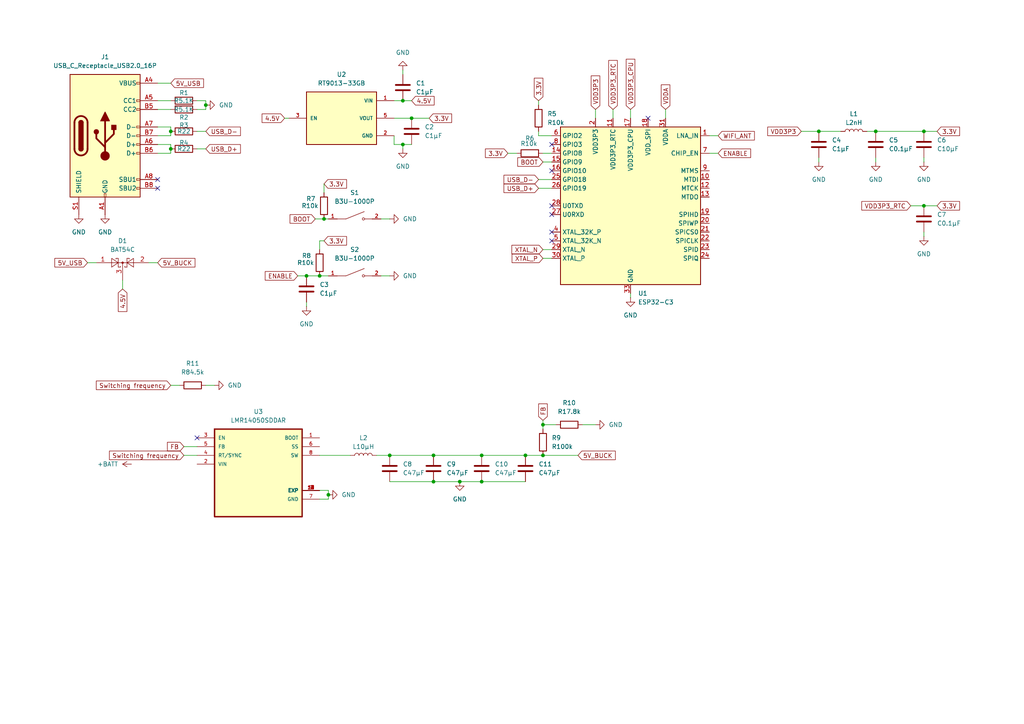
<source format=kicad_sch>
(kicad_sch (version 20231120) (generator "eeschema") (generator_version "8.0")
  (paper "A4")
  (lib_symbols
    (symbol "B3U-1000P:B3U-1000P" (pin_names (offset 1.016))
      (property "Reference" "S" (at -2.54 2.54 0))
      (property "Value" "B3U-1000P" (at -2.54 -2.54 0))
      (symbol "B3U-1000P_0_0"
        (polyline (pts (xy -2.54 0) (xy -5.08 0)) (stroke (width 0.1524)))
        (polyline (pts (xy -2.54 0) (xy 2.794 2.1336)) (stroke (width 0.1524)))
        (polyline (pts (xy 5.08 0) (xy 2.921 0)) (stroke (width 0.1524)))
        (circle (center 2.54 0) (radius 0.3302) (stroke (width 0.1524)))
        (pin passive line (at -7.62 0 0) (length 2.54) (name "~") (number "1"))
        (pin passive line (at 7.62 0 180) (length 2.54) (name "~") (number "2"))
      )
    )
    (symbol "Connector:USB_C_Receptacle_USB2.0_16P" (pin_names (offset 1.016))
      (property "Reference" "J" (at 0 22.225 0))
      (property "Value" "USB_C_Receptacle_USB2.0_16P" (at 0 19.685 0))
      (symbol "USB_C_Receptacle_USB2.0_16P_0_0"
        (rectangle (start -0.254 -17.78) (end 0.254 -16.764))
        (rectangle (start 10.16 -14.986) (end 9.144 -15.494))
        (rectangle (start 10.16 -12.446) (end 9.144 -12.954))
        (rectangle (start 10.16 -4.826) (end 9.144 -5.334))
        (rectangle (start 10.16 -2.286) (end 9.144 -2.794))
        (rectangle (start 10.16 0.254) (end 9.144 -0.254))
        (rectangle (start 10.16 2.794) (end 9.144 2.286))
        (rectangle (start 10.16 7.874) (end 9.144 7.366))
        (rectangle (start 10.16 10.414) (end 9.144 9.906))
        (rectangle (start 10.16 15.494) (end 9.144 14.986))
      )
      (symbol "USB_C_Receptacle_USB2.0_16P_0_1"
        (rectangle (start -10.16 17.78) (end 10.16 -17.78) (stroke (width 0.254)) (fill (type background)))
        (arc (start -8.89 -3.81) (mid -6.985 -5.7067) (end -5.08 -3.81) (stroke (width 0.508)))
        (arc (start -7.62 -3.81) (mid -6.985 -4.4423) (end -6.35 -3.81) (stroke (width 0.254)))
        (arc (start -7.62 -3.81) (mid -6.985 -4.4423) (end -6.35 -3.81) (stroke (width 0.254)) (fill (type outline)))
        (rectangle (start -7.62 -3.81) (end -6.35 3.81) (stroke (width 0.254)) (fill (type outline)))
        (arc (start -6.35 3.81) (mid -6.985 4.4423) (end -7.62 3.81) (stroke (width 0.254)))
        (arc (start -6.35 3.81) (mid -6.985 4.4423) (end -7.62 3.81) (stroke (width 0.254)) (fill (type outline)))
        (arc (start -5.08 3.81) (mid -6.985 5.7067) (end -8.89 3.81) (stroke (width 0.508)))
        (circle (center -2.54 1.143) (radius 0.635) (stroke (width 0.254)) (fill (type outline)))
        (circle (center 0 -5.842) (radius 1.27) (fill (type outline)))
        (polyline (pts (xy -8.89 -3.81) (xy -8.89 3.81)) (stroke (width 0.508)))
        (polyline (pts (xy -5.08 3.81) (xy -5.08 -3.81)) (stroke (width 0.508)))
        (polyline (pts (xy 0 -5.842) (xy 0 4.318)) (stroke (width 0.508)))
        (polyline (pts (xy 0 -3.302) (xy -2.54 -0.762) (xy -2.54 0.508)) (stroke (width 0.508)))
        (polyline (pts (xy 0 -2.032) (xy 2.54 0.508) (xy 2.54 1.778)) (stroke (width 0.508)))
        (polyline (pts (xy -1.27 4.318) (xy 0 6.858) (xy 1.27 4.318) (xy -1.27 4.318)) (stroke (width 0.254)) (fill (type outline)))
        (rectangle (start 1.905 1.778) (end 3.175 3.048) (stroke (width 0.254)) (fill (type outline)))
      )
      (symbol "USB_C_Receptacle_USB2.0_16P_1_1"
        (pin passive line (at 0 -22.86 90) (length 5.08) (name "GND") (number "A1"))
        (pin passive line (at 0 -22.86 90) (length 5.08) hide (name "GND") (number "A12"))
        (pin passive line (at 15.24 15.24 180) (length 5.08) (name "VBUS") (number "A4"))
        (pin bidirectional line (at 15.24 10.16 180) (length 5.08) (name "CC1") (number "A5"))
        (pin bidirectional line (at 15.24 -2.54 180) (length 5.08) (name "D+") (number "A6"))
        (pin bidirectional line (at 15.24 2.54 180) (length 5.08) (name "D-") (number "A7"))
        (pin bidirectional line (at 15.24 -12.7 180) (length 5.08) (name "SBU1") (number "A8"))
        (pin passive line (at 15.24 15.24 180) (length 5.08) hide (name "VBUS") (number "A9"))
        (pin passive line (at 0 -22.86 90) (length 5.08) hide (name "GND") (number "B1"))
        (pin passive line (at 0 -22.86 90) (length 5.08) hide (name "GND") (number "B12"))
        (pin passive line (at 15.24 15.24 180) (length 5.08) hide (name "VBUS") (number "B4"))
        (pin bidirectional line (at 15.24 7.62 180) (length 5.08) (name "CC2") (number "B5"))
        (pin bidirectional line (at 15.24 -5.08 180) (length 5.08) (name "D+") (number "B6"))
        (pin bidirectional line (at 15.24 0 180) (length 5.08) (name "D-") (number "B7"))
        (pin bidirectional line (at 15.24 -15.24 180) (length 5.08) (name "SBU2") (number "B8"))
        (pin passive line (at 15.24 15.24 180) (length 5.08) hide (name "VBUS") (number "B9"))
        (pin passive line (at -7.62 -22.86 90) (length 5.08) (name "SHIELD") (number "S1"))
      )
    )
    (symbol "Device:C" (pin_numbers hide) (pin_names (offset 0.254))
      (property "Reference" "C" (at 0.635 2.54 0))
      (property "Value" "C" (at 0.635 -2.54 0))
      (symbol "C_0_1"
        (polyline (pts (xy -2.032 -0.762) (xy 2.032 -0.762)) (stroke (width 0.508)))
        (polyline (pts (xy -2.032 0.762) (xy 2.032 0.762)) (stroke (width 0.508)))
      )
      (symbol "C_1_1"
        (pin passive line (at 0 3.81 270) (length 2.794) (name "~") (number "1"))
        (pin passive line (at 0 -3.81 90) (length 2.794) (name "~") (number "2"))
      )
    )
    (symbol "Device:L" (pin_numbers hide) (pin_names (offset 1.016) hide)
      (property "Reference" "L" (at -1.27 0 90))
      (property "Value" "L" (at 1.905 0 90))
      (symbol "L_0_1"
        (arc (start 0 -2.54) (mid 0.6323 -1.905) (end 0 -1.27))
        (arc (start 0 -1.27) (mid 0.6323 -0.635) (end 0 0))
        (arc (start 0 0) (mid 0.6323 0.635) (end 0 1.27))
        (arc (start 0 1.27) (mid 0.6323 1.905) (end 0 2.54))
      )
      (symbol "L_1_1"
        (pin passive line (at 0 3.81 270) (length 1.27) (name "1") (number "1"))
        (pin passive line (at 0 -3.81 90) (length 1.27) (name "2") (number "2"))
      )
    )
    (symbol "Device:R" (pin_numbers hide) (pin_names (offset 0))
      (property "Reference" "R" (at 2.032 0 90))
      (property "Value" "R" (at 0 0 90))
      (symbol "R_0_1"
        (rectangle (start -1.016 -2.54) (end 1.016 2.54) (stroke (width 0.254)))
      )
      (symbol "R_1_1"
        (pin passive line (at 0 3.81 270) (length 1.27) (name "~") (number "1"))
        (pin passive line (at 0 -3.81 90) (length 1.27) (name "~") (number "2"))
      )
    )
    (symbol "Diode:BAT54C" (pin_names (offset 1.016))
      (property "Reference" "D" (at 0.635 -3.81 0))
      (property "Value" "BAT54C" (at -6.35 3.175 0))
      (symbol "BAT54C_0_1"
        (polyline (pts (xy -1.905 0) (xy 1.905 0)))
        (polyline (pts (xy -1.905 1.27) (xy -1.905 1.016)))
        (polyline (pts (xy -1.27 -1.27) (xy -0.635 -1.27)))
        (polyline (pts (xy -1.27 0) (xy -3.81 0)))
        (polyline (pts (xy -1.27 1.27) (xy -1.905 1.27)))
        (polyline (pts (xy -1.27 1.27) (xy -1.27 -1.27)))
        (polyline (pts (xy -0.635 -1.27) (xy -0.635 -1.016)))
        (polyline (pts (xy 0.635 -1.27) (xy 0.635 -1.016)))
        (polyline (pts (xy 1.27 -1.27) (xy 0.635 -1.27)))
        (polyline (pts (xy 1.27 1.27) (xy 1.27 -1.27)))
        (polyline (pts (xy 1.27 1.27) (xy 1.905 1.27)))
        (polyline (pts (xy 1.905 1.27) (xy 1.905 1.016)))
        (polyline (pts (xy 3.81 0) (xy 1.27 0)))
        (polyline (pts (xy -3.175 -1.27) (xy -3.175 1.27) (xy -1.27 0) (xy -3.175 -1.27)))
        (polyline (pts (xy 3.175 -1.27) (xy 3.175 1.27) (xy 1.27 0) (xy 3.175 -1.27)))
        (circle (center 0 0) (radius 0.254) (fill (type outline)))
      )
      (symbol "BAT54C_1_1"
        (pin passive line (at -7.62 0 0) (length 3.81) (name "~") (number "1"))
        (pin passive line (at 7.62 0 180) (length 3.81) (name "~") (number "2"))
        (pin passive line (at 0 -5.08 90) (length 5.08) (name "~") (number "3"))
      )
    )
    (symbol "LMR14050SDDAR:LMR14050SDDAR" (pin_names (offset 1.016))
      (property "Reference" "U" (at -12.7 13.7 0))
      (property "Value" "LMR14050SDDAR" (at -12.7 -16.7 0))
      (symbol "LMR14050SDDAR_0_0"
        (rectangle (start -12.7 -12.7) (end 12.7 12.7) (stroke (width 0.41)) (fill (type background)))
        (pin output line (at 17.78 10.16 180) (length 5.08) (name "BOOT") (number "1"))
        (pin power_in line (at 17.78 -5.08 180) (length 5.08) (name "EXP") (number "10"))
        (pin power_in line (at 17.78 -5.08 180) (length 5.08) (name "EXP") (number "11"))
        (pin power_in line (at 17.78 -5.08 180) (length 5.08) (name "EXP") (number "12"))
        (pin power_in line (at 17.78 -5.08 180) (length 5.08) (name "EXP") (number "13"))
        (pin power_in line (at 17.78 -5.08 180) (length 5.08) (name "EXP") (number "14"))
        (pin power_in line (at 17.78 -5.08 180) (length 5.08) (name "EXP") (number "15"))
        (pin power_in line (at 17.78 -5.08 180) (length 5.08) (name "EXP") (number "16"))
        (pin power_in line (at 17.78 -5.08 180) (length 5.08) (name "EXP") (number "17"))
        (pin input line (at -17.78 2.54 0) (length 5.08) (name "VIN") (number "2"))
        (pin input line (at -17.78 10.16 0) (length 5.08) (name "EN") (number "3"))
        (pin input line (at -17.78 5.08 0) (length 5.08) (name "RT/SYNC") (number "4"))
        (pin input line (at -17.78 7.62 0) (length 5.08) (name "FB") (number "5"))
        (pin output line (at 17.78 7.62 180) (length 5.08) (name "SS") (number "6"))
        (pin power_in line (at 17.78 -7.62 180) (length 5.08) (name "GND") (number "7"))
        (pin output line (at 17.78 5.08 180) (length 5.08) (name "SW") (number "8"))
        (pin power_in line (at 17.78 -5.08 180) (length 5.08) (name "EXP") (number "9"))
      )
    )
    (symbol "MCU_Espressif:ESP32-C3"
      (property "Reference" "U" (at -17.272 23.876 0))
      (property "Value" "ESP32-C3" (at 16.256 23.876 0))
      (symbol "ESP32-C3_1_1"
        (rectangle (start -20.32 22.86) (end 20.32 -22.86) (stroke (width 0.254)) (fill (type background)))
        (pin bidirectional line (at 22.86 20.32 180) (length 2.54) (name "LNA_IN") (number "1"))
        (pin bidirectional line (at 22.86 7.62 180) (length 2.54) (name "MTDI") (number "10"))
        (pin power_in line (at -5.08 25.4 270) (length 2.54) (name "VDD3P3_RTC") (number "11"))
        (pin bidirectional line (at 22.86 5.08 180) (length 2.54) (name "MTCK") (number "12"))
        (pin bidirectional line (at 22.86 2.54 180) (length 2.54) (name "MTDO") (number "13"))
        (pin bidirectional line (at -22.86 15.24 0) (length 2.54) (name "GPIO8") (number "14"))
        (pin bidirectional line (at -22.86 12.7 0) (length 2.54) (name "GPIO9") (number "15"))
        (pin bidirectional line (at -22.86 10.16 0) (length 2.54) (name "GPIO10") (number "16"))
        (pin power_in line (at 0 25.4 270) (length 2.54) (name "VDD3P3_CPU") (number "17"))
        (pin power_out line (at 5.08 25.4 270) (length 2.54) (name "VDD_SPI") (number "18"))
        (pin bidirectional line (at 22.86 -2.54 180) (length 2.54) (name "SPIHD") (number "19"))
        (pin power_in line (at -10.16 25.4 270) (length 2.54) (name "VDD3P3") (number "2"))
        (pin bidirectional line (at 22.86 -5.08 180) (length 2.54) (name "SPIWP") (number "20"))
        (pin bidirectional line (at 22.86 -7.62 180) (length 2.54) (name "SPICS0") (number "21"))
        (pin bidirectional line (at 22.86 -10.16 180) (length 2.54) (name "SPICLK") (number "22"))
        (pin bidirectional line (at 22.86 -12.7 180) (length 2.54) (name "SPID") (number "23"))
        (pin bidirectional line (at 22.86 -15.24 180) (length 2.54) (name "SPIQ") (number "24"))
        (pin bidirectional line (at -22.86 7.62 0) (length 2.54) (name "GPIO18") (number "25"))
        (pin bidirectional line (at -22.86 5.08 0) (length 2.54) (name "GPIO19") (number "26"))
        (pin bidirectional line (at -22.86 -2.54 0) (length 2.54) (name "U0RXD") (number "27"))
        (pin bidirectional line (at -22.86 0 0) (length 2.54) (name "U0TXD") (number "28"))
        (pin bidirectional line (at -22.86 -12.7 0) (length 2.54) (name "XTAL_N") (number "29"))
        (pin passive line (at -10.16 25.4 270) (length 2.54) hide (name "VDD3P3") (number "3"))
        (pin bidirectional line (at -22.86 -15.24 0) (length 2.54) (name "XTAL_P") (number "30"))
        (pin power_in line (at 10.16 25.4 270) (length 2.54) (name "VDDA") (number "31"))
        (pin passive line (at 10.16 25.4 270) (length 2.54) hide (name "VDDA") (number "32"))
        (pin power_in line (at 0 -25.4 90) (length 2.54) (name "GND") (number "33"))
        (pin bidirectional line (at -22.86 -7.62 0) (length 2.54) (name "XTAL_32K_P") (number "4"))
        (pin bidirectional line (at -22.86 -10.16 0) (length 2.54) (name "XTAL_32K_N") (number "5"))
        (pin bidirectional line (at -22.86 20.32 0) (length 2.54) (name "GPIO2") (number "6"))
        (pin bidirectional line (at 22.86 15.24 180) (length 2.54) (name "CHIP_EN") (number "7"))
        (pin bidirectional line (at -22.86 17.78 0) (length 2.54) (name "GPIO3") (number "8"))
        (pin bidirectional line (at 22.86 10.16 180) (length 2.54) (name "MTMS") (number "9"))
      )
    )
    (symbol "RT9013-33GB:RT9013-33GB" (pin_names (offset 1.016))
      (property "Reference" "U" (at -10.16 8.89 0))
      (property "Value" "RT9013-33GB" (at -10.16 -8.89 0))
      (symbol "RT9013-33GB_0_0"
        (rectangle (start -10.16 -7.62) (end 10.16 7.62) (stroke (width 0.254)) (fill (type background)))
        (pin power_in line (at 15.24 5.08 180) (length 5.08) (name "VIN") (number "1"))
        (pin power_in line (at 15.24 -5.08 180) (length 5.08) (name "GND") (number "2"))
        (pin input line (at -15.24 0 0) (length 5.08) (name "EN") (number "3"))
        (pin output line (at 15.24 0 180) (length 5.08) (name "VOUT") (number "5"))
      )
    )
    (symbol "power:+BATT" (power) (pin_numbers hide) (pin_names (offset 0) hide)
      (property "Value" "+BATT" (at 0 3.556 0))
      (symbol "+BATT_0_1"
        (polyline (pts (xy -0.762 1.27) (xy 0 2.54)))
        (polyline (pts (xy 0 0) (xy 0 2.54)))
        (polyline (pts (xy 0 2.54) (xy 0.762 1.27)))
      )
      (symbol "+BATT_1_1"
        (pin power_in line (at 0 0 90) (length 0) (name "~") (number "1"))
      )
    )
    (symbol "power:GND" (power) (pin_numbers hide) (pin_names (offset 0) hide)
      (property "Value" "GND" (at 0 -3.81 0))
      (symbol "GND_0_1"
        (polyline (pts (xy 0 0) (xy 0 -1.27) (xy 1.27 -1.27) (xy 0 -2.54) (xy -1.27 -1.27) (xy 0 -1.27)))
      )
      (symbol "GND_1_1"
        (pin power_in line (at 0 0 270) (length 0) (name "~") (number "1"))
      )
    )
  )
  (junction (at 119.38 34.29))
  (junction (at 88.9 80.01))
  (junction (at 125.73 139.7))
  (junction (at 157.48 132.08))
  (junction (at 116.84 41.91))
  (junction (at 133.35 139.7))
  (junction (at 267.97 59.69))
  (junction (at 157.48 123.19))
  (junction (at 92.71 80.01))
  (junction (at 139.7 139.7))
  (junction (at 59.69 30.48))
  (junction (at 254 38.1))
  (junction (at 93.98 63.5))
  (junction (at 125.73 132.08))
  (junction (at 49.53 38.1))
  (junction (at 113.03 132.08))
  (junction (at 152.4 132.08))
  (junction (at 267.97 38.1))
  (junction (at 139.7 132.08))
  (junction (at 49.53 43.18))
  (junction (at 237.49 38.1))
  (junction (at 116.84 29.21))
  (junction (at 95.25 143.51))
  (no_connect (at 160.02 41.91))
  (no_connect (at 187.96 34.29))
  (no_connect (at 160.02 59.69))
  (no_connect (at 57.15 127))
  (no_connect (at 45.72 52.07))
  (no_connect (at 160.02 62.23))
  (no_connect (at 45.72 54.61))
  (no_connect (at 160.02 49.53))
  (no_connect (at 160.02 67.31))
  (no_connect (at 160.02 69.85))
  (wire (pts (xy 53.34 129.54) (xy 57.15 129.54)))
  (wire (pts (xy 254 38.1) (xy 267.97 38.1)))
  (wire (pts (xy 113.03 139.7) (xy 125.73 139.7)))
  (wire (pts (xy 157.48 132.08) (xy 167.64 132.08)))
  (wire (pts (xy 91.44 63.5) (xy 93.98 63.5)))
  (wire (pts (xy 119.38 41.91) (xy 116.84 41.91)))
  (wire (pts (xy 92.71 132.08) (xy 101.6 132.08)))
  (wire (pts (xy 116.84 41.91) (xy 114.3 41.91)))
  (wire (pts (xy 59.69 31.75) (xy 57.15 31.75)))
  (wire (pts (xy 57.15 38.1) (xy 59.69 38.1)))
  (wire (pts (xy 254 45.72) (xy 254 46.99)))
  (wire (pts (xy 59.69 30.48) (xy 59.69 31.75)))
  (wire (pts (xy 182.88 31.75) (xy 182.88 34.29)))
  (wire (pts (xy 116.84 20.32) (xy 116.84 21.59)))
  (wire (pts (xy 116.84 29.21) (xy 119.38 29.21)))
  (wire (pts (xy 57.15 43.18) (xy 59.69 43.18)))
  (wire (pts (xy 45.72 24.13) (xy 49.53 24.13)))
  (wire (pts (xy 49.53 43.18) (xy 49.53 44.45)))
  (wire (pts (xy 95.25 143.51) (xy 95.25 142.24)))
  (wire (pts (xy 156.21 52.07) (xy 160.02 52.07)))
  (wire (pts (xy 86.36 80.01) (xy 88.9 80.01)))
  (wire (pts (xy 59.69 29.21) (xy 57.15 29.21)))
  (wire (pts (xy 125.73 132.08) (xy 139.7 132.08)))
  (wire (pts (xy 157.48 44.45) (xy 160.02 44.45)))
  (wire (pts (xy 45.72 31.75) (xy 49.53 31.75)))
  (wire (pts (xy 49.53 36.83) (xy 49.53 38.1)))
  (wire (pts (xy 113.03 132.08) (xy 125.73 132.08)))
  (wire (pts (xy 157.48 74.93) (xy 160.02 74.93)))
  (wire (pts (xy 267.97 38.1) (xy 271.78 38.1)))
  (wire (pts (xy 156.21 29.21) (xy 156.21 30.48)))
  (wire (pts (xy 157.48 123.19) (xy 161.29 123.19)))
  (wire (pts (xy 114.3 41.91) (xy 114.3 39.37)))
  (wire (pts (xy 182.88 85.09) (xy 182.88 86.36)))
  (wire (pts (xy 267.97 59.69) (xy 271.78 59.69)))
  (wire (pts (xy 92.71 144.78) (xy 95.25 144.78)))
  (wire (pts (xy 152.4 132.08) (xy 157.48 132.08)))
  (wire (pts (xy 45.72 29.21) (xy 49.53 29.21)))
  (wire (pts (xy 93.98 63.5) (xy 95.25 63.5)))
  (wire (pts (xy 95.25 142.24) (xy 92.71 142.24)))
  (wire (pts (xy 251.46 38.1) (xy 254 38.1)))
  (wire (pts (xy 45.72 41.91) (xy 49.53 41.91)))
  (wire (pts (xy 205.74 44.45) (xy 208.28 44.45)))
  (wire (pts (xy 59.69 111.76) (xy 62.23 111.76)))
  (wire (pts (xy 53.34 132.08) (xy 57.15 132.08)))
  (wire (pts (xy 88.9 87.63) (xy 88.9 88.9)))
  (wire (pts (xy 110.49 80.01) (xy 113.03 80.01)))
  (wire (pts (xy 147.32 44.45) (xy 149.86 44.45)))
  (wire (pts (xy 125.73 139.7) (xy 133.35 139.7)))
  (wire (pts (xy 59.69 30.48) (xy 59.69 29.21)))
  (wire (pts (xy 119.38 34.29) (xy 124.46 34.29)))
  (wire (pts (xy 267.97 67.31) (xy 267.97 68.58)))
  (wire (pts (xy 49.53 111.76) (xy 52.07 111.76)))
  (wire (pts (xy 114.3 29.21) (xy 116.84 29.21)))
  (wire (pts (xy 232.41 38.1) (xy 237.49 38.1)))
  (wire (pts (xy 156.21 54.61) (xy 160.02 54.61)))
  (wire (pts (xy 49.53 38.1) (xy 49.53 39.37)))
  (wire (pts (xy 45.72 44.45) (xy 49.53 44.45)))
  (wire (pts (xy 25.4 76.2) (xy 27.94 76.2)))
  (wire (pts (xy 109.22 132.08) (xy 113.03 132.08)))
  (wire (pts (xy 49.53 41.91) (xy 49.53 43.18)))
  (wire (pts (xy 116.84 41.91) (xy 116.84 43.18)))
  (wire (pts (xy 133.35 139.7) (xy 139.7 139.7)))
  (wire (pts (xy 82.55 34.29) (xy 83.82 34.29)))
  (wire (pts (xy 168.91 123.19) (xy 172.72 123.19)))
  (wire (pts (xy 114.3 34.29) (xy 119.38 34.29)))
  (wire (pts (xy 264.16 59.69) (xy 267.97 59.69)))
  (wire (pts (xy 205.74 39.37) (xy 208.28 39.37)))
  (wire (pts (xy 157.48 46.99) (xy 160.02 46.99)))
  (wire (pts (xy 93.98 53.34) (xy 93.98 55.88)))
  (wire (pts (xy 157.48 121.92) (xy 157.48 123.19)))
  (wire (pts (xy 92.71 80.01) (xy 95.25 80.01)))
  (wire (pts (xy 157.48 72.39) (xy 160.02 72.39)))
  (wire (pts (xy 157.48 123.19) (xy 157.48 124.46)))
  (wire (pts (xy 88.9 80.01) (xy 92.71 80.01)))
  (wire (pts (xy 35.56 81.28) (xy 35.56 83.82)))
  (wire (pts (xy 156.21 39.37) (xy 156.21 38.1)))
  (wire (pts (xy 45.72 36.83) (xy 49.53 36.83)))
  (wire (pts (xy 237.49 45.72) (xy 237.49 46.99)))
  (wire (pts (xy 139.7 132.08) (xy 152.4 132.08)))
  (wire (pts (xy 172.72 31.75) (xy 172.72 34.29)))
  (wire (pts (xy 49.53 39.37) (xy 45.72 39.37)))
  (wire (pts (xy 110.49 63.5) (xy 113.03 63.5)))
  (wire (pts (xy 43.18 76.2) (xy 45.72 76.2)))
  (wire (pts (xy 95.25 144.78) (xy 95.25 143.51)))
  (wire (pts (xy 160.02 39.37) (xy 156.21 39.37)))
  (wire (pts (xy 139.7 139.7) (xy 152.4 139.7)))
  (wire (pts (xy 177.8 31.75) (xy 177.8 34.29)))
  (wire (pts (xy 193.04 31.75) (xy 193.04 34.29)))
  (wire (pts (xy 267.97 45.72) (xy 267.97 46.99)))
  (wire (pts (xy 92.71 69.85) (xy 92.71 72.39)))
  (wire (pts (xy 237.49 38.1) (xy 243.84 38.1)))
  (wire (pts (xy 93.98 69.85) (xy 92.71 69.85)))
  (global_label "3.3V" (shape input) (at 156.21 29.21 90) (property "Intersheetrefs" "${INTERSHEET_REFS}" (effects (hide yes))))
  (global_label "4.5V" (shape input) (at 35.56 83.82 270) (property "Intersheetrefs" "${INTERSHEET_REFS}" (effects (hide yes))))
  (global_label "3.3V" (shape input) (at 124.46 34.29 0) (property "Intersheetrefs" "${INTERSHEET_REFS}" (effects (hide yes))))
  (global_label "4.5V" (shape input) (at 119.38 29.21 0) (property "Intersheetrefs" "${INTERSHEET_REFS}" (effects (hide yes))))
  (global_label "USB_D+" (shape input) (at 156.21 54.61 180) (property "Intersheetrefs" "${INTERSHEET_REFS}" (effects (hide yes))))
  (global_label "5V_BUCK" (shape input) (at 45.72 76.2 0) (property "Intersheetrefs" "${INTERSHEET_REFS}" (effects (hide yes))))
  (global_label "3.3V" (shape input) (at 271.78 59.69 0) (property "Intersheetrefs" "${INTERSHEET_REFS}" (effects (hide yes))))
  (global_label "VDD3P3_CPU" (shape input) (at 182.88 31.75 90) (property "Intersheetrefs" "${INTERSHEET_REFS}" (effects (hide yes))))
  (global_label "5V_USB" (shape input) (at 49.53 24.13 0) (property "Intersheetrefs" "${INTERSHEET_REFS}" (effects (hide yes))))
  (global_label "BOOT" (shape input) (at 91.44 63.5 180) (property "Intersheetrefs" "${INTERSHEET_REFS}" (effects (hide yes))))
  (global_label "3.3V" (shape input) (at 93.98 53.34 0) (property "Intersheetrefs" "${INTERSHEET_REFS}" (effects (hide yes))))
  (global_label "ENABLE" (shape input) (at 208.28 44.45 0) (property "Intersheetrefs" "${INTERSHEET_REFS}" (effects (hide yes))))
  (global_label "Switching frequency" (shape input) (at 49.53 111.76 180) (property "Intersheetrefs" "${INTERSHEET_REFS}" (effects (hide yes))))
  (global_label "FB" (shape input) (at 53.34 129.54 180) (property "Intersheetrefs" "${INTERSHEET_REFS}" (effects (hide yes))))
  (global_label "5V_BUCK" (shape input) (at 167.64 132.08 0) (property "Intersheetrefs" "${INTERSHEET_REFS}" (effects (hide yes))))
  (global_label "3.3V" (shape input) (at 147.32 44.45 180) (property "Intersheetrefs" "${INTERSHEET_REFS}" (effects (hide yes))))
  (global_label "VDD3P3_RTC" (shape input) (at 177.8 31.75 90) (property "Intersheetrefs" "${INTERSHEET_REFS}" (effects (hide yes))))
  (global_label "Switching frequency" (shape input) (at 53.34 132.08 180) (property "Intersheetrefs" "${INTERSHEET_REFS}" (effects (hide yes))))
  (global_label "USB_D+" (shape input) (at 59.69 43.18 0) (property "Intersheetrefs" "${INTERSHEET_REFS}" (effects (hide yes))))
  (global_label "USB_D-" (shape input) (at 59.69 38.1 0) (property "Intersheetrefs" "${INTERSHEET_REFS}" (effects (hide yes))))
  (global_label "4.5V" (shape input) (at 82.55 34.29 180) (property "Intersheetrefs" "${INTERSHEET_REFS}" (effects (hide yes))))
  (global_label "ENABLE" (shape input) (at 86.36 80.01 180) (property "Intersheetrefs" "${INTERSHEET_REFS}" (effects (hide yes))))
  (global_label "XTAL_N" (shape input) (at 157.48 72.39 180) (property "Intersheetrefs" "${INTERSHEET_REFS}" (effects (hide yes))))
  (global_label "WIFI_ANT" (shape input) (at 208.28 39.37 0) (property "Intersheetrefs" "${INTERSHEET_REFS}" (effects (hide yes))))
  (global_label "XTAL_P" (shape input) (at 157.48 74.93 180) (property "Intersheetrefs" "${INTERSHEET_REFS}" (effects (hide yes))))
  (global_label "BOOT" (shape input) (at 157.48 46.99 180) (property "Intersheetrefs" "${INTERSHEET_REFS}" (effects (hide yes))))
  (global_label "VDD3P3" (shape input) (at 232.41 38.1 180) (property "Intersheetrefs" "${INTERSHEET_REFS}" (effects (hide yes))))
  (global_label "VDDA" (shape input) (at 193.04 31.75 90) (property "Intersheetrefs" "${INTERSHEET_REFS}" (effects (hide yes))))
  (global_label "VDD3P3_RTC" (shape input) (at 264.16 59.69 180) (property "Intersheetrefs" "${INTERSHEET_REFS}" (effects (hide yes))))
  (global_label "USB_D-" (shape input) (at 156.21 52.07 180) (property "Intersheetrefs" "${INTERSHEET_REFS}" (effects (hide yes))))
  (global_label "3.3V" (shape input) (at 93.98 69.85 0) (property "Intersheetrefs" "${INTERSHEET_REFS}" (effects (hide yes))))
  (global_label "3.3V" (shape input) (at 271.78 38.1 0) (property "Intersheetrefs" "${INTERSHEET_REFS}" (effects (hide yes))))
  (global_label "VDD3P3" (shape input) (at 172.72 31.75 90) (property "Intersheetrefs" "${INTERSHEET_REFS}" (effects (hide yes))))
  (global_label "FB" (shape input) (at 157.48 121.92 90) (property "Intersheetrefs" "${INTERSHEET_REFS}" (effects (hide yes))))
  (global_label "5V_USB" (shape input) (at 25.4 76.2 180) (property "Intersheetrefs" "${INTERSHEET_REFS}" (effects (hide yes))))
  (symbol (lib_id "power:GND") (at 254 46.99 0) (unit 1)
    (property "Reference" "#PWR011" (effects (hide yes)))
    (property "Value" "GND" (at 254 52.07 0))
    (property "Description" "Power symbol creates a global label with name \"GND\" , ground" (effects (hide yes)))
  )
  (symbol (lib_id "Device:C") (at 139.7 135.89 0) (unit 1)
    (property "Reference" "C10" (at 143.51 134.6199 0) (effects (justify left)))
    (property "Value" "C47µF" (at 143.51 137.1599 0) (effects (justify left)))
    (property "Footprint" "Capacitor_SMD:C_1206_3216Metric" (effects (hide yes)))
    (property "Description" "Unpolarized capacitor" (effects (hide yes)))
  )
  (symbol (lib_id "power:GND") (at 237.49 46.99 0) (unit 1)
    (property "Reference" "#PWR010" (effects (hide yes)))
    (property "Value" "GND" (at 237.49 52.07 0))
    (property "Description" "Power symbol creates a global label with name \"GND\" , ground" (effects (hide yes)))
  )
  (symbol (lib_id "power:GND") (at 172.72 123.19 90) (unit 1)
    (property "Reference" "#PWR015" (effects (hide yes)))
    (property "Value" "GND" (at 176.53 123.1899 90) (effects (justify right)))
    (property "Description" "Power symbol creates a global label with name \"GND\" , ground" (effects (hide yes)))
  )
  (symbol (lib_id "power:GND") (at 62.23 111.76 90) (unit 1)
    (property "Reference" "#PWR016" (effects (hide yes)))
    (property "Value" "GND" (at 66.04 111.7599 90) (effects (justify right)))
    (property "Description" "Power symbol creates a global label with name \"GND\" , ground" (effects (hide yes)))
  )
  (symbol (lib_id "power:GND") (at 30.48 62.23 0) (unit 1)
    (property "Reference" "#PWR02" (effects (hide yes)))
    (property "Value" "GND" (at 30.48 67.31 0))
    (property "Description" "Power symbol creates a global label with name \"GND\" , ground" (effects (hide yes)))
  )
  (symbol (lib_id "Device:R") (at 53.34 43.18 90) (unit 1)
    (property "Reference" "R4" (at 53.34 41.402 90))
    (property "Value" "R22" (at 53.34 43.18 90))
    (property "Description" "Resistor" (effects (hide yes)))
  )
  (symbol (lib_id "power:GND") (at 116.84 20.32 180) (unit 1)
    (property "Reference" "#PWR04" (effects (hide yes)))
    (property "Value" "GND" (at 116.84 15.24 0))
    (property "Description" "Power symbol creates a global label with name \"GND\" , ground" (effects (hide yes)))
  )
  (symbol (lib_id "Device:C") (at 267.97 63.5 0) (unit 1)
    (property "Reference" "C7" (at 271.78 62.2299 0) (effects (justify left)))
    (property "Value" "C0.1µF" (at 271.78 64.7699 0) (effects (justify left)))
    (property "Description" "Unpolarized capacitor" (effects (hide yes)))
  )
  (symbol (lib_id "B3U-1000P:B3U-1000P") (at 102.87 80.01 0) (unit 1)
    (property "Reference" "S2" (at 102.87 72.39 0))
    (property "Value" "B3U-1000P" (at 102.87 74.93 0))
    (property "Footprint" "B3U-1000P:SW_B3U-1000P" (effects (hide yes)))
    (property "MF" "Omron" (effects (hide yes)))
    (property "DESCRIPTION" "Tactile Switch SPST-NO Top Actuated Surface Mount" (effects (hide yes)))
    (property "PACKAGE" "None" (effects (hide yes)))
    (property "PRICE" "None" (effects (hide yes)))
    (property "Package" "Custom Package Omron" (effects (hide yes)))
    (property "Check_prices" "https://www.snapeda.com/parts/B3U-1000P/Omron/view-part/?ref=eda" (effects (hide yes)))
    (property "Price" "None" (effects (hide yes)))
    (property "SnapEDA_Link" "https://www.snapeda.com/parts/B3U-1000P/Omron/view-part/?ref=snap" (effects (hide yes)))
    (property "MP" "B3U-1000P" (effects (hide yes)))
    (property "Availability" "In Stock" (effects (hide yes)))
    (property "AVAILABILITY" "Unavailable" (effects (hide yes)))
    (property "Description_1" "\n                        \n                            SWITCH;TACTILE,TOP ACTUATED,TACTILE & JOG SWITCHES W/O BOSS W/O GROUND | Omron Electronic Components B3U-1000P\n                        \n" (effects (hide yes)))
  )
  (symbol (lib_id "RT9013-33GB:RT9013-33GB") (at 99.06 34.29 0) (unit 1)
    (property "Reference" "U2" (at 99.06 21.59 0))
    (property "Value" "RT9013-33GB" (at 99.06 24.13 0))
    (property "Footprint" "RT9013-33GB:SOT94P279X129-5N" (effects (hide yes)))
    (property "MF" "Richtek USA" (effects (hide yes)))
    (property "MAXIMUM_PACKAGE_HEIGHT" "1.295 mm" (effects (hide yes)))
    (property "Package" "SOT-23-5 Richtek" (effects (hide yes)))
    (property "Price" "None" (effects (hide yes)))
    (property "Check_prices" "https://www.snapeda.com/parts/RT9013-33GB/Richtek/view-part/?ref=eda" (effects (hide yes)))
    (property "STANDARD" "IPC 7351B" (effects (hide yes)))
    (property "PARTREV" "Aprill 2011" (effects (hide yes)))
    (property "SnapEDA_Link" "https://www.snapeda.com/parts/RT9013-33GB/Richtek/view-part/?ref=snap" (effects (hide yes)))
    (property "MP" "RT9013-33GB" (effects (hide yes)))
    (property "Description_1" "\n                        \n                            Linear Voltage Regulator IC Positive Fixed 1 Output  500mA TSOT-23-5\n                        \n" (effects (hide yes)))
    (property "Availability" "In Stock" (effects (hide yes)))
    (property "MANUFACTURER" "Richtek Technology" (effects (hide yes)))
  )
  (symbol (lib_id "Device:R") (at 53.34 38.1 90) (unit 1)
    (property "Reference" "R3" (at 53.34 36.322 90))
    (property "Value" "R22" (at 53.34 38.1 90))
    (property "Description" "Resistor" (effects (hide yes)))
  )
  (symbol (lib_id "Device:C") (at 125.73 135.89 0) (unit 1)
    (property "Reference" "C9" (at 129.54 134.6199 0) (effects (justify left)))
    (property "Value" "C47µF" (at 129.54 137.1599 0) (effects (justify left)))
    (property "Footprint" "Capacitor_SMD:C_1206_3216Metric" (effects (hide yes)))
    (property "Description" "Unpolarized capacitor" (effects (hide yes)))
  )
  (symbol (lib_id "Device:R") (at 53.34 29.21 270) (unit 1)
    (property "Reference" "R1" (at 53.34 26.924 90))
    (property "Value" "R5.1K" (at 53.34 29.21 90))
    (property "Description" "Resistor" (effects (hide yes)))
  )
  (symbol (lib_id "Device:L") (at 247.65 38.1 90) (unit 1)
    (property "Reference" "L1" (at 247.65 33.02 90))
    (property "Value" "L2nH" (at 247.65 35.56 90))
    (property "Description" "Inductor" (effects (hide yes)))
  )
  (symbol (lib_id "Device:C") (at 237.49 41.91 0) (unit 1)
    (property "Reference" "C4" (at 241.3 40.6399 0) (effects (justify left)))
    (property "Value" "C1µF" (at 241.3 43.1799 0) (effects (justify left)))
    (property "Description" "Unpolarized capacitor" (effects (hide yes)))
  )
  (symbol (lib_id "power:GND") (at 88.9 88.9 0) (unit 1)
    (property "Reference" "#PWR09" (effects (hide yes)))
    (property "Value" "GND" (at 88.9 93.98 0))
    (property "Description" "Power symbol creates a global label with name \"GND\" , ground" (effects (hide yes)))
  )
  (symbol (lib_id "power:GND") (at 113.03 63.5 90) (unit 1)
    (property "Reference" "#PWR07" (effects (hide yes)))
    (property "Value" "GND" (at 116.84 63.4999 90) (effects (justify right)))
    (property "Description" "Power symbol creates a global label with name \"GND\" , ground" (effects (hide yes)))
  )
  (symbol (lib_id "power:GND") (at 182.88 86.36 0) (unit 1)
    (property "Reference" "#PWR06" (effects (hide yes)))
    (property "Value" "GND" (at 182.88 91.44 0))
    (property "Description" "Power symbol creates a global label with name \"GND\" , ground" (effects (hide yes)))
  )
  (symbol (lib_id "Device:C") (at 254 41.91 0) (unit 1)
    (property "Reference" "C5" (at 257.81 40.6399 0) (effects (justify left)))
    (property "Value" "C0.1µF" (at 257.81 43.1799 0) (effects (justify left)))
    (property "Description" "Unpolarized capacitor" (effects (hide yes)))
  )
  (symbol (lib_id "Device:C") (at 113.03 135.89 0) (unit 1)
    (property "Reference" "C8" (at 116.84 134.6199 0) (effects (justify left)))
    (property "Value" "C47µF" (at 116.84 137.1599 0) (effects (justify left)))
    (property "Footprint" "Capacitor_SMD:C_1206_3216Metric" (effects (hide yes)))
    (property "Description" "Unpolarized capacitor" (effects (hide yes)))
  )
  (symbol (lib_id "Device:C") (at 88.9 83.82 0) (unit 1)
    (property "Reference" "C3" (at 92.71 82.5499 0) (effects (justify left)))
    (property "Value" "C1µF" (at 92.71 85.0899 0) (effects (justify left)))
    (property "Description" "Unpolarized capacitor" (effects (hide yes)))
  )
  (symbol (lib_id "Device:C") (at 152.4 135.89 0) (unit 1)
    (property "Reference" "C11" (at 156.21 134.6199 0) (effects (justify left)))
    (property "Value" "C47µF" (at 156.21 137.1599 0) (effects (justify left)))
    (property "Footprint" "Capacitor_SMD:C_1206_3216Metric" (effects (hide yes)))
    (property "Description" "Unpolarized capacitor" (effects (hide yes)))
  )
  (symbol (lib_id "power:+BATT") (at 38.1 134.62 90) (unit 1)
    (property "Reference" "#PWR014" (effects (hide yes)))
    (property "Value" "+BATT" (at 34.29 134.6199 90) (effects (justify left)))
    (property "Description" "Power symbol creates a global label with name \"+BATT\"" (effects (hide yes)))
  )
  (symbol (lib_id "Connector:USB_C_Receptacle_USB2.0_16P") (at 30.48 39.37 0) (unit 1)
    (property "Reference" "J1" (at 30.48 16.51 0))
    (property "Value" "USB_C_Receptacle_USB2.0_16P" (at 30.48 19.05 0))
    (property "Footprint" "Connector_USB:USB_C_Receptacle_JAE_DX07S016JA1R1500" (effects (hide yes)))
    (property "Datasheet" "https://www.usb.org/sites/default/files/documents/usb_type-c.zip" (effects (hide yes)))
    (property "Description" "USB 2.0-only 16P Type-C Receptacle connector" (effects (hide yes)))
  )
  (symbol (lib_id "Device:R") (at 53.34 31.75 90) (unit 1)
    (property "Reference" "R2" (at 53.34 34.036 90))
    (property "Value" "R5.1K" (at 53.34 31.75 90))
    (property "Description" "Resistor" (effects (hide yes)))
  )
  (symbol (lib_id "Device:R") (at 93.98 59.69 0) (unit 1)
    (property "Reference" "R7" (at 90.17 57.658 0))
    (property "Value" "R10k" (at 89.916 59.69 0))
    (property "Description" "Resistor" (effects (hide yes)))
  )
  (symbol (lib_id "B3U-1000P:B3U-1000P") (at 102.87 63.5 0) (unit 1)
    (property "Reference" "S1" (at 102.87 55.88 0))
    (property "Value" "B3U-1000P" (at 102.87 58.42 0))
    (property "Footprint" "B3U-1000P:SW_B3U-1000P" (effects (hide yes)))
    (property "MF" "Omron" (effects (hide yes)))
    (property "DESCRIPTION" "Tactile Switch SPST-NO Top Actuated Surface Mount" (effects (hide yes)))
    (property "PACKAGE" "None" (effects (hide yes)))
    (property "PRICE" "None" (effects (hide yes)))
    (property "Package" "Custom Package Omron" (effects (hide yes)))
    (property "Check_prices" "https://www.snapeda.com/parts/B3U-1000P/Omron/view-part/?ref=eda" (effects (hide yes)))
    (property "Price" "None" (effects (hide yes)))
    (property "SnapEDA_Link" "https://www.snapeda.com/parts/B3U-1000P/Omron/view-part/?ref=snap" (effects (hide yes)))
    (property "MP" "B3U-1000P" (effects (hide yes)))
    (property "Availability" "In Stock" (effects (hide yes)))
    (property "AVAILABILITY" "Unavailable" (effects (hide yes)))
    (property "Description_1" "\n                        \n                            SWITCH;TACTILE,TOP ACTUATED,TACTILE & JOG SWITCHES W/O BOSS W/O GROUND | Omron Electronic Components B3U-1000P\n                        \n" (effects (hide yes)))
  )
  (symbol (lib_id "power:GND") (at 22.86 62.23 0) (unit 1)
    (property "Reference" "#PWR03" (effects (hide yes)))
    (property "Value" "GND" (at 22.86 67.31 0))
    (property "Description" "Power symbol creates a global label with name \"GND\" , ground" (effects (hide yes)))
  )
  (symbol (lib_id "Diode:BAT54C") (at 35.56 76.2 0) (unit 1)
    (property "Reference" "D1" (at 35.56 69.85 0))
    (property "Value" "BAT54C" (at 35.56 72.39 0))
    (property "Footprint" "Package_TO_SOT_SMD:SOT-23" (effects (hide yes)))
    (property "Datasheet" "http://www.diodes.com/_files/datasheets/ds11005.pdf" (effects (hide yes)))
    (property "Description" "dual schottky barrier diode, common cathode" (effects (hide yes)))
  )
  (symbol (lib_id "power:GND") (at 133.35 139.7 0) (unit 1)
    (property "Reference" "#PWR018" (effects (hide yes)))
    (property "Value" "GND" (at 133.35 144.78 0))
    (property "Description" "Power symbol creates a global label with name \"GND\" , ground" (effects (hide yes)))
  )
  (symbol (lib_id "power:GND") (at 95.25 143.51 90) (unit 1)
    (property "Reference" "#PWR017" (effects (hide yes)))
    (property "Value" "GND" (at 99.06 143.5099 90) (effects (justify right)))
    (property "Description" "Power symbol creates a global label with name \"GND\" , ground" (effects (hide yes)))
  )
  (symbol (lib_id "Device:R") (at 165.1 123.19 90) (unit 1)
    (property "Reference" "R10" (at 165.1 116.84 90))
    (property "Value" "R17.8k" (at 165.1 119.38 90))
    (property "Description" "Resistor" (effects (hide yes)))
  )
  (symbol (lib_id "Device:R") (at 153.67 44.45 270) (unit 1)
    (property "Reference" "R6" (at 153.67 40.132 90))
    (property "Value" "R10k" (at 153.416 41.656 90))
    (property "Description" "Resistor" (effects (hide yes)))
  )
  (symbol (lib_id "Device:C") (at 267.97 41.91 0) (unit 1)
    (property "Reference" "C6" (at 271.78 40.6399 0) (effects (justify left)))
    (property "Value" "C10µF" (at 271.78 43.1799 0) (effects (justify left)))
    (property "Description" "Unpolarized capacitor" (effects (hide yes)))
  )
  (symbol (lib_id "Device:R") (at 157.48 128.27 0) (unit 1)
    (property "Reference" "R9" (at 160.02 126.9999 0) (effects (justify left)))
    (property "Value" "R100k" (at 160.02 129.5399 0) (effects (justify left)))
    (property "Description" "Resistor" (effects (hide yes)))
  )
  (symbol (lib_id "power:GND") (at 116.84 43.18 0) (unit 1)
    (property "Reference" "#PWR05" (effects (hide yes)))
    (property "Value" "GND" (at 116.84 48.26 0))
    (property "Description" "Power symbol creates a global label with name \"GND\" , ground" (effects (hide yes)))
  )
  (symbol (lib_id "power:GND") (at 267.97 46.99 0) (unit 1)
    (property "Reference" "#PWR012" (effects (hide yes)))
    (property "Value" "GND" (at 267.97 52.07 0))
    (property "Description" "Power symbol creates a global label with name \"GND\" , ground" (effects (hide yes)))
  )
  (symbol (lib_id "Device:R") (at 156.21 34.29 180) (unit 1)
    (property "Reference" "R5" (at 158.75 33.0199 0) (effects (justify right)))
    (property "Value" "R10k" (at 158.75 35.5599 0) (effects (justify right)))
    (property "Description" "Resistor" (effects (hide yes)))
  )
  (symbol (lib_id "MCU_Espressif:ESP32-C3") (at 182.88 59.69 0) (unit 1)
    (property "Reference" "U1" (at 185.0741 85.09 0) (effects (justify left)))
    (property "Value" "ESP32-C3" (at 185.0741 87.63 0) (effects (justify left)))
    (property "Footprint" "Package_DFN_QFN:QFN-32-1EP_5x5mm_P0.5mm_EP3.7x3.7mm" (effects (hide yes)))
    (property "Datasheet" "https://www.espressif.com/sites/default/files/documentation/esp32-c3_datasheet_en.pdf" (effects (hide yes)))
    (property "Description" "RF Module, ESP32 SoC, RISC-V, WiFi 802.11b/n/g, Bluetooth LE 5, QFN32" (effects (hide yes)))
  )
  (symbol (lib_id "Device:C") (at 119.38 38.1 0) (unit 1)
    (property "Reference" "C2" (at 123.19 36.8299 0) (effects (justify left)))
    (property "Value" "C1µF" (at 123.19 39.3699 0) (effects (justify left)))
    (property "Description" "Unpolarized capacitor" (effects (hide yes)))
  )
  (symbol (lib_id "Device:R") (at 92.71 76.2 0) (unit 1)
    (property "Reference" "R8" (at 88.9 74.168 0))
    (property "Value" "R10k" (at 88.646 76.2 0))
    (property "Description" "Resistor" (effects (hide yes)))
  )
  (symbol (lib_id "power:GND") (at 59.69 30.48 90) (unit 1)
    (property "Reference" "#PWR01" (effects (hide yes)))
    (property "Value" "GND" (at 63.5 30.4799 90) (effects (justify right)))
    (property "Description" "Power symbol creates a global label with name \"GND\" , ground" (effects (hide yes)))
  )
  (symbol (lib_id "Device:R") (at 55.88 111.76 90) (unit 1)
    (property "Reference" "R11" (at 55.88 105.41 90))
    (property "Value" "R84.5k" (at 55.88 107.95 90))
    (property "Description" "Resistor" (effects (hide yes)))
  )
  (symbol (lib_id "Device:C") (at 116.84 25.4 0) (unit 1)
    (property "Reference" "C1" (at 120.65 24.1299 0) (effects (justify left)))
    (property "Value" "C1µF" (at 120.65 26.6699 0) (effects (justify left)))
    (property "Description" "Unpolarized capacitor" (effects (hide yes)))
  )
  (symbol (lib_id "power:GND") (at 267.97 68.58 0) (unit 1)
    (property "Reference" "#PWR013" (effects (hide yes)))
    (property "Value" "GND" (at 267.97 73.66 0))
    (property "Description" "Power symbol creates a global label with name \"GND\" , ground" (effects (hide yes)))
  )
  (symbol (lib_id "Device:L") (at 105.41 132.08 90) (unit 1)
    (property "Reference" "L2" (at 105.41 127 90))
    (property "Value" "L10µH" (at 105.41 129.54 90))
    (property "Description" "Inductor" (effects (hide yes)))
  )
  (symbol (lib_id "power:GND") (at 113.03 80.01 90) (unit 1)
    (property "Reference" "#PWR08" (effects (hide yes)))
    (property "Value" "GND" (at 116.84 80.0099 90) (effects (justify right)))
    (property "Description" "Power symbol creates a global label with name \"GND\" , ground" (effects (hide yes)))
  )
  (symbol (lib_id "LMR14050SDDAR:LMR14050SDDAR") (at 74.93 137.16 0) (unit 1)
    (property "Reference" "U3" (at 74.93 119.38 0))
    (property "Value" "LMR14050SDDAR" (at 74.93 121.92 0))
    (property "Footprint" "LMR14050SDDAR:VREG_LM5017MR_NOPB" (effects (hide yes)))
    (property "MF" "Texas Instruments" (effects (hide yes)))
    (property "Purchase-URL" "https://pricing.snapeda.com/search/part/LMR14050SDDAR/?ref=eda" (effects (hide yes)))
    (property "Package" "HSOIC-8 Texas Instruments" (effects (hide yes)))
    (property "Price" "None" (effects (hide yes)))
    (property "Check_prices" "https://www.snapeda.com/parts/LMR14050SDDAR/Texas+Instruments/view-part/?ref=eda" (effects (hide yes)))
    (property "SnapEDA_Link" "https://www.snapeda.com/parts/LMR14050SDDAR/Texas+Instruments/view-part/?ref=snap" (effects (hide yes)))
    (property "MP" "LMR14050SDDAR" (effects (hide yes)))
    (property "Availability" "In Stock" (effects (hide yes)))
    (property "Description_1" "\n                        \n                            SIMPLE SWITCHER® 40-V, 5-A, 2.2-MHz step-down converter with 40-μA IQ\n                        \n" (effects (hide yes)))
  )
)
</source>
